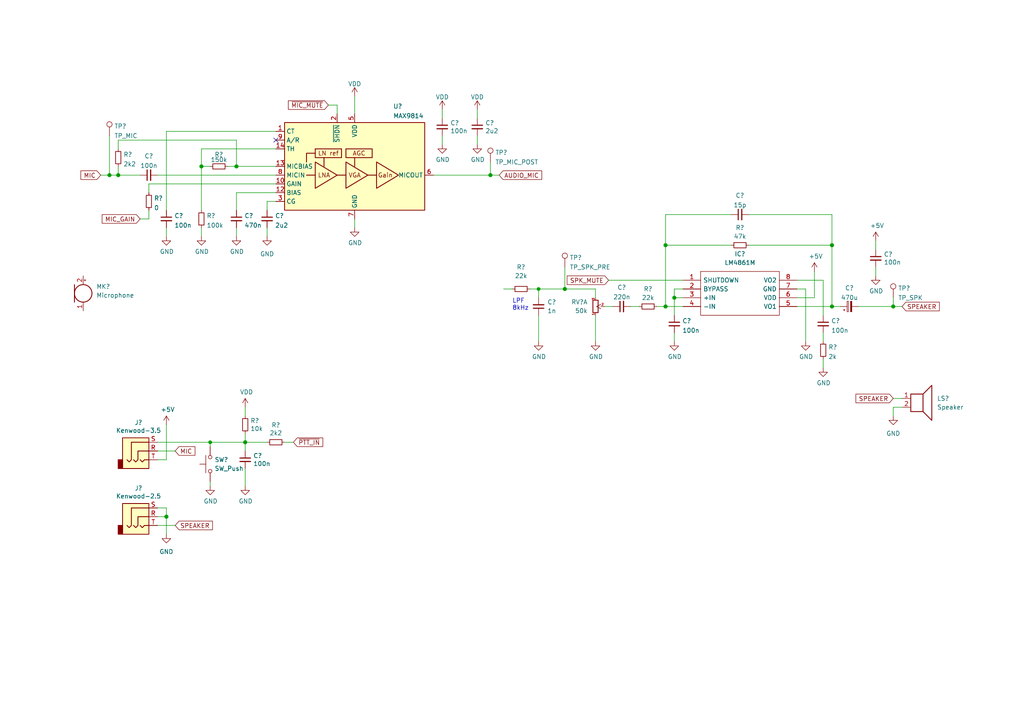
<source format=kicad_sch>
(kicad_sch (version 20211123) (generator eeschema)
  (paper "A4")
  (title_block (title "Mini17 - QRP M17 handheld") (date "2022-07-25") (rev "A") (company "M17 Project"))
  (lib_symbols
    (symbol "Amplifier_Audio:MAX9814"
      (property "Reference" "U" (at -20.32 13.97 0))
      (property "Value" "MAX9814" (at 11.43 13.97 0))
      (symbol "MAX9814_0_0"
        (rectangle (start -11.43 5.08) (end -3.81 2.54) (stroke (width 0.254)))
        (rectangle (start -2.54 5.08) (end 5.08 2.54) (stroke (width 0.254)))
        (polyline (pts (xy -11.43 -2.54) (xy -13.97 -2.54)) (stroke (width 0.254)))
        (polyline (pts (xy -8.89 2.54) (xy -8.89 0)) (stroke (width 0.254)))
        (polyline (pts (xy -2.54 -2.54) (xy -5.08 -2.54)) (stroke (width 0.254)))
        (polyline (pts (xy 0 2.54) (xy 0 0)) (stroke (width 0.254)))
        (polyline (pts (xy 3.81 -2.54) (xy 6.35 -2.54)) (stroke (width 0.254)))
        (polyline (pts (xy -11.43 3.81) (xy -13.97 3.81) (xy -13.97 1.27)) (stroke (width 0.254)))
        (polyline (pts (xy -5.08 -2.54) (xy -11.43 1.27) (xy -11.43 -6.35) (xy -5.08 -2.54)) (stroke (width 0.254)))
        (polyline (pts (xy 3.81 -2.54) (xy -2.54 1.27) (xy -2.54 -6.35) (xy 3.81 -2.54)) (stroke (width 0.254)))
        (polyline (pts (xy 12.7 -2.54) (xy 6.35 1.27) (xy 6.35 -6.35) (xy 12.7 -2.54)) (stroke (width 0.254)))
        (text "AGC" (at 1.27 3.81 0) (effects (font (size 1.27 1.27))))
        (text "Gain" (at 8.89 -2.54 0) (effects (font (size 1.27 1.27))))
        (text "LN ref" (at -7.62 3.81 0) (effects (font (size 1.27 1.27))))
        (text "LNA" (at -8.89 -2.54 0) (effects (font (size 1.27 1.27))))
        (text "VGA" (at 0 -2.54 0) (effects (font (size 1.27 1.27))))
      )
      (symbol "MAX9814_0_1"
        (rectangle (start -20.32 12.7) (end 20.32 -12.7) (stroke (width 0.254)) (fill (type background)))
      )
      (symbol "MAX9814_1_1"
        (pin input line (at -22.86 10.16 0) (length 2.54) (name "CT") (number "1"))
        (pin input line (at -22.86 -5.08 0) (length 2.54) (name "GAIN") (number "10"))
        (pin passive line (at 0 -15.24 90) (length 2.54) hide (name "GND") (number "11"))
        (pin passive line (at -22.86 -7.62 0) (length 2.54) (name "BIAS") (number "12"))
        (pin output line (at -22.86 0 0) (length 2.54) (name "MICBIAS") (number "13"))
        (pin input line (at -22.86 5.08 0) (length 2.54) (name "TH") (number "14"))
        (pin passive line (at 0 -15.24 90) (length 2.54) hide (name "GND") (number "15"))
        (pin input line (at -5.08 15.24 270) (length 2.54) (name "~{SHDN}") (number "2"))
        (pin passive line (at -22.86 -10.16 0) (length 2.54) (name "CG") (number "3"))
        (pin passive line (at 0 -15.24 90) (length 2.54) hide (name "GND") (number "4"))
        (pin power_in line (at 0 15.24 270) (length 2.54) (name "VDD") (number "5"))
        (pin output line (at 22.86 -2.54 180) (length 2.54) (name "MICOUT") (number "6"))
        (pin power_in line (at 0 -15.24 90) (length 2.54) (name "GND") (number "7"))
        (pin input line (at -22.86 -2.54 0) (length 2.54) (name "MICIN") (number "8"))
        (pin input line (at -22.86 7.62 0) (length 2.54) (name "A/R") (number "9"))
      )
    )
    (symbol "Connector:AudioJack3"
      (property "Reference" "J" (at 0 8.89 0))
      (property "Value" "AudioJack3" (at 0 6.35 0))
      (symbol "AudioJack3_0_1"
        (rectangle (start -5.08 -5.08) (end -6.35 -2.54) (stroke (width 0.254)) (fill (type outline)))
        (polyline (pts (xy 0 -2.54) (xy 0.635 -3.175) (xy 1.27 -2.54) (xy 2.54 -2.54)) (stroke (width 0.254)))
        (polyline (pts (xy -1.905 -2.54) (xy -1.27 -3.175) (xy -0.635 -2.54) (xy -0.635 0) (xy 2.54 0)) (stroke (width 0.254)))
        (polyline (pts (xy 2.54 2.54) (xy -2.54 2.54) (xy -2.54 -2.54) (xy -3.175 -3.175) (xy -3.81 -2.54)) (stroke (width 0.254)))
        (rectangle (start 2.54 3.81) (end -5.08 -5.08) (stroke (width 0.254)) (fill (type background)))
      )
      (symbol "AudioJack3_1_1"
        (pin passive line (at 5.08 0 180) (length 2.54) (name "~") (number "R"))
        (pin passive line (at 5.08 2.54 180) (length 2.54) (name "~") (number "S"))
        (pin passive line (at 5.08 -2.54 180) (length 2.54) (name "~") (number "T"))
      )
    )
    (symbol "Connector:TestPoint" (pin_numbers hide) (pin_names (offset 0.762) hide)
      (property "Reference" "TP" (at 0 6.858 0))
      (property "Value" "TestPoint" (at 0 5.08 0))
      (symbol "TestPoint_0_1"
        (circle (center 0 3.302) (radius 0.762))
      )
      (symbol "TestPoint_1_1"
        (pin passive line (at 0 0 90) (length 2.54) (name "1") (number "1"))
      )
    )
    (symbol "Device:Microphone" (pin_names (offset 0.0254) hide)
      (property "Reference" "MK" (at -3.81 1.27 0))
      (property "Value" "Microphone" (at -3.81 -0.635 0))
      (symbol "Microphone_0_1"
        (polyline (pts (xy -2.54 2.54) (xy -2.54 -2.54)) (stroke (width 0.254)))
        (polyline (pts (xy 0.254 3.81) (xy 0.762 3.81)))
        (polyline (pts (xy 0.508 4.064) (xy 0.508 3.556)))
        (circle (center 0 0) (radius 2.54) (stroke (width 0.254)))
      )
      (symbol "Microphone_1_1"
        (pin passive line (at 0 -5.08 90) (length 2.54) (name "-") (number "1"))
        (pin passive line (at 0 5.08 270) (length 2.54) (name "+") (number "2"))
      )
    )
    (symbol "Device:Speaker" (pin_names (offset 0) hide)
      (property "Reference" "LS" (at 1.27 5.715 0))
      (property "Value" "Speaker" (at 1.27 3.81 0))
      (symbol "Speaker_0_0"
        (rectangle (start -2.54 1.27) (end 1.016 -3.81) (stroke (width 0.254)))
        (polyline (pts (xy 1.016 1.27) (xy 3.556 3.81) (xy 3.556 -6.35) (xy 1.016 -3.81)) (stroke (width 0.254)))
      )
      (symbol "Speaker_1_1"
        (pin input line (at -5.08 0 0) (length 2.54) (name "1") (number "1"))
        (pin input line (at -5.08 -2.54 0) (length 2.54) (name "2") (number "2"))
      )
    )
    (symbol "Module17:LM4861MX_NOPB" (pin_names (offset 0.762))
      (property "Reference" "IC" (at 29.21 7.62 0))
      (property "Value" "LM4861MX_NOPB" (at 29.21 5.08 0))
      (symbol "LM4861MX_NOPB_0_0"
        (pin passive line (at 0 0 0) (length 5.08) (name "SHUTDOWN") (number "1"))
        (pin passive line (at 0 -2.54 0) (length 5.08) (name "BYPASS") (number "2"))
        (pin passive line (at 0 -5.08 0) (length 5.08) (name "+IN") (number "3"))
        (pin passive line (at 0 -7.62 0) (length 5.08) (name "-IN") (number "4"))
        (pin passive line (at 33.02 -7.62 180) (length 5.08) (name "VO1") (number "5"))
        (pin passive line (at 33.02 -5.08 180) (length 5.08) (name "VDD") (number "6"))
        (pin passive line (at 33.02 -2.54 180) (length 5.08) (name "GND") (number "7"))
        (pin passive line (at 33.02 0 180) (length 5.08) (name "VO2") (number "8"))
      )
      (symbol "LM4861MX_NOPB_0_1"
        (polyline (pts (xy 5.08 2.54) (xy 27.94 2.54) (xy 27.94 -10.16) (xy 5.08 -10.16) (xy 5.08 2.54)) (stroke (width 0.1524)))
      )
    )
    (symbol "R_Potentiometer_Switch_1" (pin_names (offset 1.016) hide)
      (property "Reference" "RV" (at -4.445 0 90))
      (property "Value" "R_Potentiometer_Switch_1" (at -2.54 0 90))
      (symbol "R_Potentiometer_Switch_1_0_1"
        (rectangle (start 0.762 1.778) (end -0.762 -1.8288) (stroke (width 0.254)))
      )
      (symbol "R_Potentiometer_Switch_1_1_1"
        (pin passive line (at 0 2.54 270) (length 0.635) (name "1") (number "1"))
        (pin passive clock (at 2.54 0 180) (length 0.9906) (name "2") (number "2"))
        (pin passive line (at 0 -2.54 90) (length 0.635) (name "3") (number "3"))
      )
      (symbol "R_Potentiometer_Switch_1_2_1"
        (polyline (pts (xy 0 2.54) (xy 0 0)) (stroke (width 0.1524)))
        (polyline (pts (xy 0 -3.81) (xy 0 -2.54) (xy 1.27 0)) (stroke (width 0.1524)))
        (pin input line (at 0 5.08 270) (length 2.54) (name "SW") (number "SW1"))
        (pin input line (at 0 -6.35 90) (length 2.54) (name "SW") (number "SW2"))
      )
    )
    (symbol "Switch:SW_Push" (pin_numbers hide) (pin_names (offset 1.016) hide)
      (property "Reference" "SW" (at 1.27 2.54 0))
      (property "Value" "SW_Push" (at 0 -1.524 0))
      (symbol "SW_Push_0_1"
        (circle (center -2.032 0) (radius 0.508))
        (polyline (pts (xy 0 1.27) (xy 0 3.048)))
        (polyline (pts (xy 2.54 1.27) (xy -2.54 1.27)))
        (circle (center 2.032 0) (radius 0.508))
        (pin passive line (at -5.08 0 0) (length 2.54) (name "1") (number "1"))
        (pin passive line (at 5.08 0 180) (length 2.54) (name "2") (number "2"))
      )
    )
    (symbol "pkl_device:pkl_CP_Small" (pin_numbers hide) (pin_names (offset 0.254) hide)
      (property "Reference" "C" (at 0.254 1.778 0))
      (property "Value" "pkl_CP_Small" (at 0.254 -2.032 0))
      (symbol "pkl_CP_Small_0_1"
        (rectangle (start -1.524 -0.3048) (end 1.524 -0.6858) (fill (type outline)))
        (rectangle (start -1.524 0.6858) (end 1.524 0.3048))
        (polyline (pts (xy -1.27 1.524) (xy -0.762 1.524)))
        (polyline (pts (xy -1.016 1.27) (xy -1.016 1.778)))
      )
      (symbol "pkl_CP_Small_1_1"
        (pin passive line (at 0 2.54 270) (length 1.8542) (name "~") (number "1"))
        (pin passive line (at 0 -2.54 90) (length 1.8542) (name "~") (number "2"))
      )
    )
    (symbol "pkl_device:pkl_C_Small" (pin_numbers hide) (pin_names (offset 0.254) hide)
      (property "Reference" "C" (at 0.254 1.778 0))
      (property "Value" "pkl_C_Small" (at 0.254 -2.032 0))
      (symbol "pkl_C_Small_0_1"
        (polyline (pts (xy -1.524 -0.508) (xy 1.524 -0.508)) (stroke (width 0.3302)))
        (polyline (pts (xy -1.524 0.508) (xy 1.524 0.508)) (stroke (width 0.3048)))
      )
      (symbol "pkl_C_Small_1_1"
        (pin passive line (at 0 2.54 270) (length 1.905) (name "~") (number "1"))
        (pin passive line (at 0 -2.54 90) (length 2.032) (name "~") (number "2"))
      )
    )
    (symbol "pkl_device:pkl_R_Small" (pin_numbers hide) (pin_names (offset 0.254) hide)
      (property "Reference" "R" (at 0.762 0.508 0))
      (property "Value" "pkl_R_Small" (at 0.762 -1.016 0))
      (symbol "pkl_R_Small_0_1"
        (rectangle (start -0.762 1.778) (end 0.762 -1.778) (stroke (width 0.2032)))
      )
      (symbol "pkl_R_Small_1_1"
        (pin passive line (at 0 2.54 270) (length 0.762) (name "~") (number "1"))
        (pin passive line (at 0 -2.54 90) (length 0.762) (name "~") (number "2"))
      )
    )
    (symbol "power:+5V" (power) (pin_names (offset 0))
      (property "Value" "+5V" (at 0 3.556 0))
      (symbol "+5V_0_1"
        (polyline (pts (xy -0.762 1.27) (xy 0 2.54)))
        (polyline (pts (xy 0 0) (xy 0 2.54)))
        (polyline (pts (xy 0 2.54) (xy 0.762 1.27)))
      )
      (symbol "+5V_1_1"
        (pin power_in line (at 0 0 90) (length 0) hide (name "+5V") (number "1"))
      )
    )
    (symbol "power:GND" (power) (pin_names (offset 0))
      (property "Value" "GND" (at 0 -3.81 0))
      (symbol "GND_0_1"
        (polyline (pts (xy 0 0) (xy 0 -1.27) (xy 1.27 -1.27) (xy 0 -2.54) (xy -1.27 -1.27) (xy 0 -1.27)))
      )
      (symbol "GND_1_1"
        (pin power_in line (at 0 0 270) (length 0) hide (name "GND") (number "1"))
      )
    )
    (symbol "power:VDD" (power) (pin_names (offset 0))
      (property "Value" "VDD" (at 0 3.81 0))
      (symbol "VDD_0_1"
        (polyline (pts (xy -0.762 1.27) (xy 0 2.54)))
        (polyline (pts (xy 0 0) (xy 0 2.54)))
        (polyline (pts (xy 0 2.54) (xy 0.762 1.27)))
      )
      (symbol "VDD_1_1"
        (pin power_in line (at 0 0 90) (length 0) hide (name "VDD") (number "1"))
      )
    )
  )
  (junction (at 48.26 149.86) (diameter 1.016))
  (junction (at 31.75 50.8) (diameter 1.016))
  (junction (at 71.12 128.27) (diameter 1.016))
  (junction (at 241.3 88.9) (diameter 1.016))
  (junction (at 241.3 71.12) (diameter 1.016))
  (junction (at 60.96 128.27))
  (junction (at 259.08 88.9) (diameter 1.016))
  (junction (at 156.21 83.82))
  (junction (at 193.04 88.9) (diameter 1.016))
  (junction (at 163.83 83.82) (diameter 1.016))
  (junction (at 34.29 50.8) (diameter 1.016))
  (junction (at 58.42 48.26) (diameter 1.016))
  (junction (at 193.04 71.12) (diameter 1.016))
  (junction (at 142.24 50.8) (diameter 1.016))
  (junction (at 68.58 48.26) (diameter 1.016))
  (junction (at 195.58 86.36) (diameter 1.016))
  (no_connect (at 80.01 40.64))
  (wire (pts (xy 71.12 118.11) (xy 71.12 120.65)))
  (wire (pts (xy 193.04 71.12) (xy 193.04 88.9)))
  (wire (pts (xy 195.58 96.52) (xy 195.58 99.06)))
  (wire (pts (xy 58.42 66.04) (xy 58.42 68.58)))
  (wire (pts (xy 48.26 149.86) (xy 48.26 154.94)))
  (wire (pts (xy 31.75 50.8) (xy 34.29 50.8)))
  (wire (pts (xy 172.72 91.44) (xy 172.72 99.06)))
  (wire (pts (xy 58.42 48.26) (xy 58.42 60.96)))
  (wire (pts (xy 146.05 83.82) (xy 148.59 83.82)))
  (wire (pts (xy 259.08 120.65) (xy 259.08 118.11)))
  (wire (pts (xy 43.18 60.96) (xy 43.18 63.5)))
  (wire (pts (xy 259.08 115.57) (xy 261.62 115.57)))
  (wire (pts (xy 231.14 88.9) (xy 241.3 88.9)))
  (wire (pts (xy 34.29 40.64) (xy 34.29 43.18)))
  (wire (pts (xy 231.14 81.28) (xy 238.76 81.28)))
  (wire (pts (xy 34.29 48.26) (xy 34.29 50.8)))
  (wire (pts (xy 102.87 27.94) (xy 102.87 33.02)))
  (wire (pts (xy 45.72 147.32) (xy 48.26 147.32)))
  (wire (pts (xy 190.5 88.9) (xy 193.04 88.9)))
  (wire (pts (xy 128.27 39.37) (xy 128.27 41.91)))
  (wire (pts (xy 80.01 58.42) (xy 77.47 58.42)))
  (wire (pts (xy 31.75 39.37) (xy 31.75 50.8)))
  (wire (pts (xy 254 69.85) (xy 254 72.39)))
  (wire (pts (xy 142.24 50.8) (xy 142.24 46.99)))
  (wire (pts (xy 138.43 31.75) (xy 138.43 34.29)))
  (wire (pts (xy 241.3 62.23) (xy 241.3 71.12)))
  (wire (pts (xy 80.01 38.1) (xy 48.26 38.1)))
  (wire (pts (xy 238.76 96.52) (xy 238.76 99.06)))
  (wire (pts (xy 71.12 135.89) (xy 71.12 140.97)))
  (wire (pts (xy 102.87 63.5) (xy 102.87 66.04)))
  (wire (pts (xy 163.83 77.47) (xy 163.83 83.82)))
  (wire (pts (xy 261.62 88.9) (xy 259.08 88.9)))
  (wire (pts (xy 248.92 88.9) (xy 259.08 88.9)))
  (wire (pts (xy 156.21 91.44) (xy 156.21 99.06)))
  (wire (pts (xy 125.73 50.8) (xy 142.24 50.8)))
  (wire (pts (xy 195.58 83.82) (xy 198.12 83.82)))
  (wire (pts (xy 45.72 128.27) (xy 60.96 128.27)))
  (wire (pts (xy 176.53 81.28) (xy 198.12 81.28)))
  (wire (pts (xy 45.72 50.8) (xy 80.01 50.8)))
  (wire (pts (xy 29.21 50.8) (xy 31.75 50.8)))
  (wire (pts (xy 40.64 63.5) (xy 43.18 63.5)))
  (wire (pts (xy 195.58 86.36) (xy 195.58 83.82)))
  (wire (pts (xy 97.79 33.02) (xy 97.79 30.48)))
  (wire (pts (xy 198.12 86.36) (xy 195.58 86.36)))
  (wire (pts (xy 238.76 104.14) (xy 238.76 106.68)))
  (wire (pts (xy 43.18 53.34) (xy 43.18 55.88)))
  (wire (pts (xy 71.12 128.27) (xy 77.47 128.27)))
  (wire (pts (xy 60.96 128.27) (xy 60.96 129.54)))
  (wire (pts (xy 45.72 149.86) (xy 48.26 149.86)))
  (wire (pts (xy 156.21 83.82) (xy 163.83 83.82)))
  (wire (pts (xy 45.72 130.81) (xy 50.8 130.81)))
  (wire (pts (xy 77.47 66.04) (xy 77.47 68.58)))
  (wire (pts (xy 80.01 55.88) (xy 68.58 55.88)))
  (wire (pts (xy 48.26 147.32) (xy 48.26 149.86)))
  (wire (pts (xy 71.12 128.27) (xy 71.12 130.81)))
  (wire (pts (xy 71.12 125.73) (xy 71.12 128.27)))
  (wire (pts (xy 172.72 86.36) (xy 172.72 83.82)))
  (wire (pts (xy 66.04 48.26) (xy 68.58 48.26)))
  (wire (pts (xy 144.78 50.8) (xy 142.24 50.8)))
  (wire (pts (xy 68.58 48.26) (xy 68.58 40.64)))
  (wire (pts (xy 82.55 128.27) (xy 85.09 128.27)))
  (wire (pts (xy 58.42 43.18) (xy 58.42 48.26)))
  (wire (pts (xy 58.42 48.26) (xy 60.96 48.26)))
  (wire (pts (xy 48.26 133.35) (xy 48.26 123.19)))
  (wire (pts (xy 50.8 152.4) (xy 45.72 152.4)))
  (wire (pts (xy 163.83 83.82) (xy 172.72 83.82)))
  (wire (pts (xy 193.04 88.9) (xy 198.12 88.9)))
  (wire (pts (xy 156.21 83.82) (xy 156.21 86.36)))
  (wire (pts (xy 68.58 55.88) (xy 68.58 60.96)))
  (wire (pts (xy 175.26 88.9) (xy 177.8 88.9)))
  (wire (pts (xy 231.14 86.36) (xy 236.22 86.36)))
  (wire (pts (xy 241.3 88.9) (xy 243.84 88.9)))
  (wire (pts (xy 195.58 86.36) (xy 195.58 91.44)))
  (wire (pts (xy 45.72 133.35) (xy 48.26 133.35)))
  (wire (pts (xy 80.01 43.18) (xy 58.42 43.18)))
  (wire (pts (xy 217.17 62.23) (xy 241.3 62.23)))
  (wire (pts (xy 48.26 66.04) (xy 48.26 68.58)))
  (wire (pts (xy 77.47 58.42) (xy 77.47 60.96)))
  (wire (pts (xy 193.04 62.23) (xy 193.04 71.12)))
  (wire (pts (xy 34.29 50.8) (xy 40.64 50.8)))
  (wire (pts (xy 254 77.47) (xy 254 80.01)))
  (wire (pts (xy 193.04 62.23) (xy 212.09 62.23)))
  (wire (pts (xy 34.29 40.64) (xy 68.58 40.64)))
  (wire (pts (xy 182.88 88.9) (xy 185.42 88.9)))
  (wire (pts (xy 236.22 78.74) (xy 236.22 86.36)))
  (wire (pts (xy 231.14 83.82) (xy 233.68 83.82)))
  (wire (pts (xy 153.67 83.82) (xy 156.21 83.82)))
  (wire (pts (xy 259.08 88.9) (xy 259.08 86.36)))
  (wire (pts (xy 95.25 30.48) (xy 97.79 30.48)))
  (wire (pts (xy 60.96 128.27) (xy 71.12 128.27)))
  (wire (pts (xy 43.18 53.34) (xy 80.01 53.34)))
  (wire (pts (xy 193.04 71.12) (xy 212.09 71.12)))
  (wire (pts (xy 241.3 71.12) (xy 241.3 88.9)))
  (wire (pts (xy 68.58 48.26) (xy 80.01 48.26)))
  (wire (pts (xy 48.26 38.1) (xy 48.26 60.96)))
  (wire (pts (xy 217.17 71.12) (xy 241.3 71.12)))
  (wire (pts (xy 233.68 83.82) (xy 233.68 99.06)))
  (wire (pts (xy 68.58 66.04) (xy 68.58 68.58)))
  (wire (pts (xy 259.08 118.11) (xy 261.62 118.11)))
  (wire (pts (xy 60.96 139.7) (xy 60.96 140.97)))
  (wire (pts (xy 128.27 31.75) (xy 128.27 34.29)))
  (wire (pts (xy 138.43 39.37) (xy 138.43 41.91)))
  (wire (pts (xy 238.76 81.28) (xy 238.76 91.44)))
  (text "LPF\n8kHz" (at 148.59 90.17 0) (effects (font (size 1.27 1.27)) (justify left bottom)))
  (global_label "MIC_GAIN" (shape input) (at 40.64 63.5 180) (property "Intersheet References" "${INTERSHEET_REFS}" (effects hide)))
  (global_label "MIC" (shape input) (at 50.8 130.81 0) (property "Intersheet References" "${INTERSHEET_REFS}" (effects hide)))
  (global_label "SPK_MUTE" (shape input) (at 176.53 81.28 180) (property "Intersheet References" "${INTERSHEET_REFS}" (effects hide)))
  (global_label "SPEAKER" (shape input) (at 50.8 152.4 0) (property "Intersheet References" "${INTERSHEET_REFS}" (effects hide)))
  (global_label "MIC" (shape input) (at 29.21 50.8 180) (property "Intersheet References" "${INTERSHEET_REFS}" (effects hide)))
  (global_label "~{MIC_MUTE}" (shape input) (at 95.25 30.48 180) (property "Intersheet References" "${INTERSHEET_REFS}" (effects hide)))
  (global_label "AUDIO_MIC" (shape input) (at 144.78 50.8 0) (property "Intersheet References" "${INTERSHEET_REFS}" (effects hide)))
  (global_label "SPEAKER" (shape input) (at 261.62 88.9 0) (property "Intersheet References" "${INTERSHEET_REFS}" (effects hide)))
  (global_label "SPEAKER" (shape input) (at 259.08 115.57 180) (property "Intersheet References" "${INTERSHEET_REFS}" (effects hide)))
  (global_label "~{PTT_IN}" (shape input) (at 85.09 128.27 0) (property "Intersheet References" "${INTERSHEET_REFS}" (effects hide)))
  (symbol (lib_id "pkl_device:pkl_R_Small") (at 214.63 71.12 90) (unit 1)
    (property "Reference" "R?" (at 214.63 66.04 90))
    (property "Value" "47k" (at 214.63 68.58 90))
    (property "Footprint" "pkl_dipol:R_0603" (effects hide))
  )
  (symbol (lib_id "power:GND") (at 77.47 68.58 0) (unit 1)
    (property "Reference" "#PWR?" (effects hide))
    (property "Value" "GND" (at 77.47 73.66 0))
  )
  (symbol (lib_id "pkl_device:pkl_C_Small") (at 238.76 93.98 0) (unit 1)
    (property "Reference" "C?" (at 241.0842 93.0715 0) (effects (justify left)))
    (property "Value" "100n" (at 241.0842 95.8466 0) (effects (justify left)))
    (property "Footprint" "pkl_dipol:C_0603" (effects hide))
  )
  (symbol (lib_id "pkl_device:pkl_C_Small") (at 156.21 88.9 180) (unit 1)
    (property "Reference" "C?" (at 158.75 87.6235 0) (effects (justify right)))
    (property "Value" "1n" (at 158.75 90.1635 0) (effects (justify right)))
    (property "Footprint" "pkl_dipol:C_0603" (effects hide))
  )
  (symbol (lib_id "pkl_device:pkl_C_Small") (at 195.58 93.98 0) (unit 1)
    (property "Reference" "C?" (at 197.9042 93.0715 0) (effects (justify left)))
    (property "Value" "100n" (at 197.9042 95.8466 0) (effects (justify left)))
    (property "Footprint" "pkl_dipol:C_0603" (effects hide))
  )
  (symbol (lib_id "pkl_device:pkl_R_Small") (at 187.96 88.9 90) (unit 1)
    (property "Reference" "R?" (at 187.96 83.82 90))
    (property "Value" "22k" (at 187.96 86.36 90))
    (property "Footprint" "pkl_dipol:R_0603" (effects hide))
  )
  (symbol (lib_id "power:+5V") (at 254 69.85 0) (unit 1)
    (property "Reference" "#PWR?" (effects hide))
    (property "Value" "+5V" (at 254.381 65.4558 0))
  )
  (symbol (lib_id "pkl_device:pkl_C_Small") (at 138.43 36.83 0) (unit 1)
    (property "Reference" "C?" (at 140.7668 35.6616 0) (effects (justify left)))
    (property "Value" "2u2" (at 140.7668 37.973 0) (effects (justify left)))
    (property "Footprint" "pkl_dipol:C_0603" (effects hide))
  )
  (symbol (lib_id "power:GND") (at 102.87 66.04 0) (unit 1)
    (property "Reference" "#PWR?" (effects hide))
    (property "Value" "GND" (at 102.997 70.4342 0))
  )
  (symbol (lib_id "pkl_device:pkl_C_Small") (at 180.34 88.9 90) (unit 1)
    (property "Reference" "C?" (at 180.34 83.3713 90))
    (property "Value" "220n" (at 180.34 86.1464 90))
    (property "Footprint" "pkl_dipol:C_0603" (effects hide))
  )
  (symbol (lib_id "Switch:SW_Push") (at 60.96 134.62 90) (unit 1)
    (property "Reference" "SW?" (at 62.23 133.3499 90) (effects (justify right)))
    (property "Value" "SW_Push" (at 62.23 135.8899 90) (effects (justify right)))
  )
  (symbol (lib_id "pkl_device:pkl_C_Small") (at 254 74.93 0) (unit 1)
    (property "Reference" "C?" (at 256.3368 73.7616 0) (effects (justify left)))
    (property "Value" "100n" (at 256.3368 76.073 0) (effects (justify left)))
    (property "Footprint" "pkl_dipol:C_0603" (effects hide))
  )
  (symbol (lib_id "pkl_device:pkl_C_Small") (at 214.63 62.23 90) (unit 1)
    (property "Reference" "C?" (at 214.63 56.7013 90))
    (property "Value" "15p" (at 214.63 59.4764 90))
    (property "Footprint" "pkl_dipol:C_0603" (effects hide))
  )
  (symbol (lib_id "Amplifier_Audio:MAX9814") (at 102.87 48.26 0) (unit 1)
    (property "Reference" "U?" (at 114.0461 30.8415 0) (effects (justify left)))
    (property "Value" "MAX9814" (at 114.0461 33.6166 0) (effects (justify left)))
    (property "Footprint" "Package_DFN_QFN:DFN-14-1EP_3x3mm_P0.4mm_EP1.78x2.35mm" (effects hide))
    (property "Datasheet" "https://datasheets.maximintegrated.com/en/ds/MAX9814.pdf" (effects hide))
  )
  (symbol (lib_id "power:VDD") (at 128.27 31.75 0) (unit 1)
    (property "Reference" "#PWR?" (effects hide))
    (property "Value" "VDD" (at 128.27 28.1454 0))
  )
  (symbol (lib_id "pkl_device:pkl_C_Small") (at 71.12 133.35 0) (unit 1)
    (property "Reference" "C?" (at 73.4568 132.1816 0) (effects (justify left)))
    (property "Value" "100n" (at 73.4568 134.493 0) (effects (justify left)))
    (property "Footprint" "pkl_dipol:C_0603" (effects hide))
  )
  (symbol (lib_id "Connector:AudioJack3") (at 40.64 149.86 0) (unit 1)
    (property "Reference" "J?" (at 40.1828 141.605 0))
    (property "Value" "Kenwood-2.5" (at 40.1828 143.9164 0))
    (property "Footprint" "M17-SmartMic:PJ-211A" (effects hide))
    (property "Datasheet" "SJ1-2503A" (effects hide))
  )
  (symbol (lib_name "R_Potentiometer_Switch_1") (lib_id "M17-SmartMic:R_Potentiometer_Switch") (at 172.72 88.9 0) (mirror x) (unit 1)
    (property "Reference" "RV?" (at 170.434 87.6045 0) (effects (justify right)))
    (property "Value" "50k" (at 170.434 90.1445 0) (effects (justify right)))
    (property "Footprint" "M17-SmartMic:PTR901" (effects hide))
  )
  (symbol (lib_id "power:GND") (at 60.96 140.97 0) (unit 1)
    (property "Reference" "#PWR?" (effects hide))
    (property "Value" "GND" (at 61.087 145.3642 0))
  )
  (symbol (lib_id "power:GND") (at 68.58 68.58 0) (unit 1)
    (property "Reference" "#PWR?" (effects hide))
    (property "Value" "GND" (at 68.707 72.9742 0))
  )
  (symbol (lib_id "pkl_device:pkl_R_Small") (at 151.13 83.82 90) (unit 1)
    (property "Reference" "R?" (at 151.13 77.47 90))
    (property "Value" "22k" (at 151.13 80.01 90))
    (property "Footprint" "pkl_dipol:R_0603" (effects hide))
  )
  (symbol (lib_id "pkl_device:pkl_C_Small") (at 43.18 50.8 90) (unit 1)
    (property "Reference" "C?" (at 43.18 45.2713 90))
    (property "Value" "100n" (at 43.18 48.0464 90))
    (property "Footprint" "pkl_dipol:C_0603" (effects hide))
  )
  (symbol (lib_id "Connector:AudioJack3") (at 40.64 130.81 0) (unit 1)
    (property "Reference" "J?" (at 40.1828 122.555 0))
    (property "Value" "Kenwood-3.5" (at 40.1828 124.8664 0))
    (property "Footprint" "M17-SmartMic:PJ-3136-B" (effects hide))
  )
  (symbol (lib_id "Device:Speaker") (at 266.7 115.57 0) (unit 1)
    (property "Reference" "LS?" (at 271.78 115.5699 0) (effects (justify left)))
    (property "Value" "Speaker" (at 271.78 118.1099 0) (effects (justify left)))
  )
  (symbol (lib_id "power:GND") (at 48.26 154.94 0) (unit 1)
    (property "Reference" "#PWR?" (effects hide))
    (property "Value" "GND" (at 48.26 160.02 0))
  )
  (symbol (lib_id "power:GND") (at 195.58 99.06 0) (unit 1)
    (property "Reference" "#PWR?" (effects hide))
    (property "Value" "GND" (at 195.707 103.4542 0))
  )
  (symbol (lib_id "pkl_device:pkl_C_Small") (at 77.47 63.5 0) (unit 1)
    (property "Reference" "C?" (at 79.7942 62.5915 0) (effects (justify left)))
    (property "Value" "2u2" (at 79.7942 65.3666 0) (effects (justify left)))
    (property "Footprint" "pkl_dipol:C_0603" (effects hide))
  )
  (symbol (lib_id "power:VDD") (at 138.43 31.75 0) (unit 1)
    (property "Reference" "#PWR?" (effects hide))
    (property "Value" "VDD" (at 138.43 28.1454 0))
  )
  (symbol (lib_id "power:+5V") (at 48.26 123.19 0) (unit 1)
    (property "Reference" "#PWR?" (effects hide))
    (property "Value" "+5V" (at 48.641 118.7958 0))
  )
  (symbol (lib_id "pkl_device:pkl_R_Small") (at 63.5 48.26 90) (unit 1)
    (property "Reference" "R?" (at 63.5 44.8268 90))
    (property "Value" "150k" (at 63.5 46.3319 90))
    (property "Footprint" "pkl_dipol:R_0603" (effects hide))
  )
  (symbol (lib_id "power:+5V") (at 236.22 78.74 0) (unit 1)
    (property "Reference" "#PWR?" (effects hide))
    (property "Value" "+5V" (at 236.601 74.3458 0))
  )
  (symbol (lib_id "power:GND") (at 259.08 120.65 0) (unit 1)
    (property "Reference" "#PWR?" (effects hide))
    (property "Value" "GND" (at 259.08 125.73 0))
  )
  (symbol (lib_id "power:GND") (at 238.76 106.68 0) (unit 1)
    (property "Reference" "#PWR?" (effects hide))
    (property "Value" "GND" (at 238.887 111.0742 0))
  )
  (symbol (lib_id "power:GND") (at 128.27 41.91 0) (unit 1)
    (property "Reference" "#PWR?" (effects hide))
    (property "Value" "GND" (at 128.397 46.3042 0))
  )
  (symbol (lib_id "power:VDD") (at 71.12 118.11 0) (unit 1)
    (property "Reference" "#PWR?" (effects hide))
    (property "Value" "VDD" (at 71.501 113.7158 0))
  )
  (symbol (lib_id "Connector:TestPoint") (at 163.83 77.47 0) (unit 1)
    (property "Reference" "TP?" (at 165.2271 74.72 0) (effects (justify left)))
    (property "Value" "TP_SPK_PRE" (at 165.2271 77.4951 0) (effects (justify left)))
    (property "Footprint" "TestPoint:TestPoint_Pad_D1.0mm" (effects hide))
  )
  (symbol (lib_id "pkl_device:pkl_R_Small") (at 58.42 63.5 0) (unit 1)
    (property "Reference" "R?" (at 59.9187 62.5915 0) (effects (justify left)))
    (property "Value" "100k" (at 59.9187 65.3666 0) (effects (justify left)))
    (property "Footprint" "pkl_dipol:R_0603" (effects hide))
  )
  (symbol (lib_id "power:GND") (at 172.72 99.06 0) (unit 1)
    (property "Reference" "#PWR?" (effects hide))
    (property "Value" "GND" (at 172.847 103.4542 0))
  )
  (symbol (lib_id "power:GND") (at 58.42 68.58 0) (unit 1)
    (property "Reference" "#PWR?" (effects hide))
    (property "Value" "GND" (at 58.547 72.9742 0))
  )
  (symbol (lib_id "pkl_device:pkl_C_Small") (at 68.58 63.5 0) (unit 1)
    (property "Reference" "C?" (at 70.9042 62.5915 0) (effects (justify left)))
    (property "Value" "470n" (at 70.9042 65.3666 0) (effects (justify left)))
    (property "Footprint" "pkl_dipol:C_0603" (effects hide))
  )
  (symbol (lib_id "pkl_device:pkl_CP_Small") (at 246.38 88.9 90) (unit 1)
    (property "Reference" "C?" (at 246.38 83.5364 90))
    (property "Value" "470u" (at 246.38 86.3115 90))
    (property "Footprint" "Capacitor_SMD:CP_Elec_6.3x7.7" (effects hide))
  )
  (symbol (lib_id "pkl_device:pkl_R_Small") (at 34.29 45.72 0) (unit 1)
    (property "Reference" "R?" (at 35.7887 44.8115 0) (effects (justify left)))
    (property "Value" "2k2" (at 35.7887 47.5866 0) (effects (justify left)))
    (property "Footprint" "pkl_dipol:R_0603" (effects hide))
  )
  (symbol (lib_id "power:GND") (at 71.12 140.97 0) (unit 1)
    (property "Reference" "#PWR?" (effects hide))
    (property "Value" "GND" (at 71.247 145.3642 0))
  )
  (symbol (lib_id "Connector:TestPoint") (at 31.75 39.37 0) (unit 1)
    (property "Reference" "TP?" (at 33.1471 36.62 0) (effects (justify left)))
    (property "Value" "TP_MIC" (at 33.1471 39.3951 0) (effects (justify left)))
    (property "Footprint" "TestPoint:TestPoint_Pad_D1.0mm" (effects hide))
  )
  (symbol (lib_id "Module17:LM4861MX_NOPB") (at 198.12 81.28 0) (unit 1)
    (property "Reference" "IC?" (at 214.63 73.66 0))
    (property "Value" "LM4861M" (at 214.63 76.2 0))
    (property "Footprint" "Package_SO:SOIC-8_3.9x4.9mm_P1.27mm" (effects hide))
    (property "Datasheet" "https://www.ti.com/lit/gpn/LM4861" (effects hide))
    (property "Description" "TEXAS INSTRUMENTS - LM4861MX/NOPB - Audio Power Amplifier, 1.1 W, AB, 1 Channel, 2V to 5.5V, SOIC, 8 Pins" (effects hide))
    (property "Height" "1.75" (effects hide))
    (property "Mouser Part Number" "926-LM4861MX/NOPB" (effects hide))
    (property "Mouser Price/Stock" "https://www.mouser.co.uk/ProductDetail/Texas-Instruments/LM4861MX-NOPB?qs=QbsRYf82W3FxTp8pKIvxnw%3D%3D" (effects hide))
    (property "Manufacturer_Name" "Texas Instruments" (effects hide))
    (property "Manufacturer_Part_Number" "LM4861MX/NOPB" (effects hide))
  )
  (symbol (lib_id "Device:Microphone") (at 24.13 85.09 0) (unit 1)
    (property "Reference" "MK?" (at 27.94 83.1214 0) (effects (justify left)))
    (property "Value" "Microphone" (at 27.94 85.6614 0) (effects (justify left)))
  )
  (symbol (lib_id "pkl_device:pkl_R_Small") (at 43.18 58.42 0) (unit 1)
    (property "Reference" "R?" (at 44.6787 57.5115 0) (effects (justify left)))
    (property "Value" "0" (at 44.6787 60.2866 0) (effects (justify left)))
    (property "Footprint" "pkl_dipol:R_0603" (effects hide))
  )
  (symbol (lib_id "power:GND") (at 233.68 99.06 0) (unit 1)
    (property "Reference" "#PWR?" (effects hide))
    (property "Value" "GND" (at 233.807 103.4542 0))
  )
  (symbol (lib_id "pkl_device:pkl_R_Small") (at 71.12 123.19 0) (unit 1)
    (property "Reference" "R?" (at 72.6186 122.0216 0) (effects (justify left)))
    (property "Value" "10k" (at 72.6186 124.333 0) (effects (justify left)))
    (property "Footprint" "pkl_dipol:R_0603" (effects hide))
  )
  (symbol (lib_id "Connector:TestPoint") (at 259.08 86.36 0) (unit 1)
    (property "Reference" "TP?" (at 260.4771 83.61 0) (effects (justify left)))
    (property "Value" "TP_SPK" (at 260.4771 86.3851 0) (effects (justify left)))
    (property "Footprint" "TestPoint:TestPoint_Pad_D1.0mm" (effects hide))
  )
  (symbol (lib_id "power:GND") (at 156.21 99.06 0) (unit 1)
    (property "Reference" "#PWR?" (effects hide))
    (property "Value" "GND" (at 156.337 103.4542 0))
  )
  (symbol (lib_id "power:VDD") (at 102.87 27.94 0) (unit 1)
    (property "Reference" "#PWR?" (effects hide))
    (property "Value" "VDD" (at 102.87 24.3354 0))
  )
  (symbol (lib_id "power:GND") (at 138.43 41.91 0) (unit 1)
    (property "Reference" "#PWR?" (effects hide))
    (property "Value" "GND" (at 138.557 46.3042 0))
  )
  (symbol (lib_id "Connector:TestPoint") (at 142.24 46.99 0) (unit 1)
    (property "Reference" "TP?" (at 143.6371 44.24 0) (effects (justify left)))
    (property "Value" "TP_MIC_POST" (at 143.6371 47.0151 0) (effects (justify left)))
    (property "Footprint" "TestPoint:TestPoint_Pad_D1.0mm" (effects hide))
  )
  (symbol (lib_id "pkl_device:pkl_C_Small") (at 48.26 63.5 0) (unit 1)
    (property "Reference" "C?" (at 50.5842 62.5915 0) (effects (justify left)))
    (property "Value" "100n" (at 50.5842 65.3666 0) (effects (justify left)))
    (property "Footprint" "pkl_dipol:C_0603" (effects hide))
  )
  (symbol (lib_id "pkl_device:pkl_R_Small") (at 80.01 128.27 270) (unit 1)
    (property "Reference" "R?" (at 80.01 123.2916 90))
    (property "Value" "2k2" (at 80.01 125.603 90))
    (property "Footprint" "pkl_dipol:R_0603" (effects hide))
  )
  (symbol (lib_id "pkl_device:pkl_R_Small") (at 238.76 101.6 0) (unit 1)
    (property "Reference" "R?" (at 240.2587 100.6915 0) (effects (justify left)))
    (property "Value" "2k" (at 240.2587 103.4666 0) (effects (justify left)))
    (property "Footprint" "pkl_dipol:R_0603" (effects hide))
  )
  (symbol (lib_id "power:GND") (at 48.26 68.58 0) (unit 1)
    (property "Reference" "#PWR?" (effects hide))
    (property "Value" "GND" (at 48.387 72.9742 0))
  )
  (symbol (lib_id "pkl_device:pkl_C_Small") (at 128.27 36.83 0) (unit 1)
    (property "Reference" "C?" (at 130.6068 35.6616 0) (effects (justify left)))
    (property "Value" "100n" (at 130.6068 37.973 0) (effects (justify left)))
    (property "Footprint" "pkl_dipol:C_0603" (effects hide))
  )
  (symbol (lib_id "power:GND") (at 254 80.01 0) (unit 1)
    (property "Reference" "#PWR?" (effects hide))
    (property "Value" "GND" (at 254.127 84.4042 0))
  )
)
</source>
